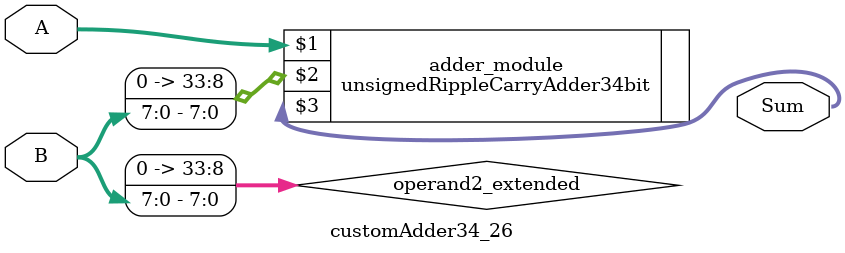
<source format=v>
module customAdder34_26(
                        input [33 : 0] A,
                        input [7 : 0] B,
                        
                        output [34 : 0] Sum
                );

        wire [33 : 0] operand2_extended;
        
        assign operand2_extended =  {26'b0, B};
        
        unsignedRippleCarryAdder34bit adder_module(
            A,
            operand2_extended,
            Sum
        );
        
        endmodule
        
</source>
